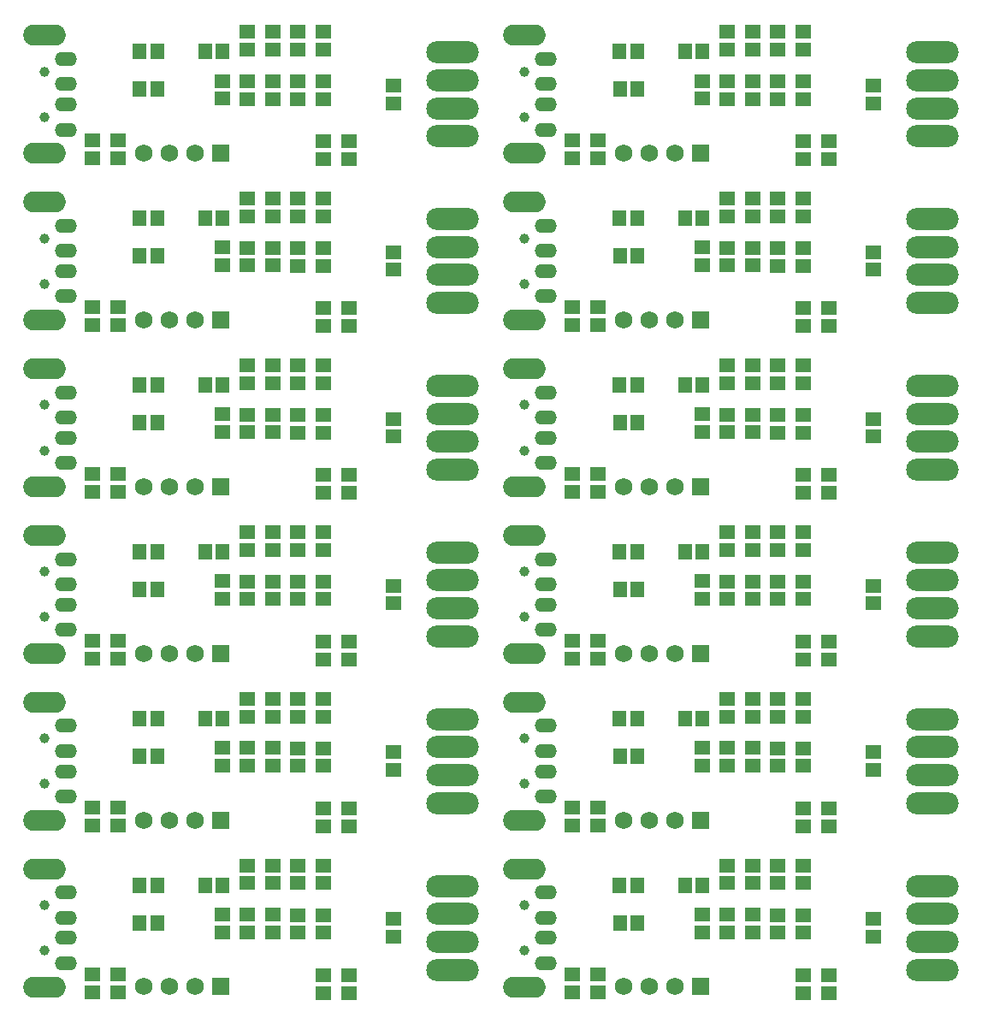
<source format=gbs>
G04 Layer_Color=16711935*
%FSLAX25Y25*%
%MOIN*%
G70*
G01*
G75*
%ADD32O,0.20485X0.08674*%
%ADD43R,0.05328X0.06115*%
%ADD44R,0.06115X0.05328*%
%ADD45C,0.06800*%
%ADD46R,0.06800X0.06800*%
%ADD47O,0.08674X0.05524*%
%ADD48O,0.08674X0.05524*%
%ADD49O,0.16548X0.08280*%
%ADD50C,0.03950*%
D32*
X171535Y15138D02*
D03*
Y26043D02*
D03*
Y36949D02*
D03*
Y47854D02*
D03*
X358543Y15138D02*
D03*
Y26043D02*
D03*
Y36949D02*
D03*
Y47854D02*
D03*
X171535Y80098D02*
D03*
Y91004D02*
D03*
Y101909D02*
D03*
Y112815D02*
D03*
X358543Y80098D02*
D03*
Y91004D02*
D03*
Y101909D02*
D03*
Y112815D02*
D03*
X171535Y145059D02*
D03*
Y155965D02*
D03*
Y166870D02*
D03*
Y177776D02*
D03*
X358543Y145059D02*
D03*
Y155965D02*
D03*
Y166870D02*
D03*
Y177776D02*
D03*
X171535Y210020D02*
D03*
Y220925D02*
D03*
Y231831D02*
D03*
Y242736D02*
D03*
X358543Y210020D02*
D03*
Y220925D02*
D03*
Y231831D02*
D03*
Y242736D02*
D03*
X171535Y274980D02*
D03*
Y285886D02*
D03*
Y296791D02*
D03*
Y307697D02*
D03*
X358543Y274980D02*
D03*
Y285886D02*
D03*
Y296791D02*
D03*
Y307697D02*
D03*
X171535Y339941D02*
D03*
Y350847D02*
D03*
Y361752D02*
D03*
Y372657D02*
D03*
X358543Y339941D02*
D03*
Y350847D02*
D03*
Y361752D02*
D03*
Y372657D02*
D03*
D43*
X49626Y48150D02*
D03*
X56516D02*
D03*
X81949D02*
D03*
X75059D02*
D03*
X49705Y33465D02*
D03*
X56595D02*
D03*
X236634Y48150D02*
D03*
X243524D02*
D03*
X268957D02*
D03*
X262067D02*
D03*
X236713Y33465D02*
D03*
X243602D02*
D03*
X49626Y113110D02*
D03*
X56516D02*
D03*
X81949D02*
D03*
X75059D02*
D03*
X49705Y98425D02*
D03*
X56595D02*
D03*
X236634Y113110D02*
D03*
X243524D02*
D03*
X268957D02*
D03*
X262067D02*
D03*
X236713Y98425D02*
D03*
X243602D02*
D03*
X49626Y178071D02*
D03*
X56516D02*
D03*
X81949D02*
D03*
X75059D02*
D03*
X49705Y163386D02*
D03*
X56595D02*
D03*
X236634Y178071D02*
D03*
X243524D02*
D03*
X268957D02*
D03*
X262067D02*
D03*
X236713Y163386D02*
D03*
X243602D02*
D03*
X49626Y243032D02*
D03*
X56516D02*
D03*
X81949D02*
D03*
X75059D02*
D03*
X49705Y228346D02*
D03*
X56595D02*
D03*
X236634Y243032D02*
D03*
X243524D02*
D03*
X268957D02*
D03*
X262067D02*
D03*
X236713Y228346D02*
D03*
X243602D02*
D03*
X49626Y307992D02*
D03*
X56516D02*
D03*
X81949D02*
D03*
X75059D02*
D03*
X49705Y293307D02*
D03*
X56595D02*
D03*
X236634Y307992D02*
D03*
X243524D02*
D03*
X268957D02*
D03*
X262067D02*
D03*
X236713Y293307D02*
D03*
X243602D02*
D03*
X49626Y372953D02*
D03*
X56516D02*
D03*
X81949D02*
D03*
X75059D02*
D03*
X49705Y358268D02*
D03*
X56595D02*
D03*
X236634Y372953D02*
D03*
X243524D02*
D03*
X268957D02*
D03*
X262067D02*
D03*
X236713Y358268D02*
D03*
X243602D02*
D03*
D44*
X121176Y6201D02*
D03*
Y13091D02*
D03*
X81791Y29823D02*
D03*
Y36713D02*
D03*
X111305Y36516D02*
D03*
Y29626D02*
D03*
X101435Y36595D02*
D03*
Y29705D02*
D03*
X91564Y48878D02*
D03*
Y55768D02*
D03*
X31220Y13406D02*
D03*
Y6516D02*
D03*
X41181Y13406D02*
D03*
Y6516D02*
D03*
X131063Y13091D02*
D03*
Y6201D02*
D03*
X148622Y28051D02*
D03*
Y34941D02*
D03*
X121176Y29626D02*
D03*
Y36516D02*
D03*
X111305Y55768D02*
D03*
Y48878D02*
D03*
X121176Y55768D02*
D03*
Y48878D02*
D03*
X91504Y36595D02*
D03*
Y29705D02*
D03*
X101435Y48878D02*
D03*
Y55768D02*
D03*
X308184Y6201D02*
D03*
Y13091D02*
D03*
X268799Y29823D02*
D03*
Y36713D02*
D03*
X298313Y36516D02*
D03*
Y29626D02*
D03*
X288442Y36595D02*
D03*
Y29705D02*
D03*
X278572Y48878D02*
D03*
Y55768D02*
D03*
X218228Y13406D02*
D03*
Y6516D02*
D03*
X228189Y13406D02*
D03*
Y6516D02*
D03*
X318071Y13091D02*
D03*
Y6201D02*
D03*
X335630Y28051D02*
D03*
Y34941D02*
D03*
X308184Y29626D02*
D03*
Y36516D02*
D03*
X298313Y55768D02*
D03*
Y48878D02*
D03*
X308184Y55768D02*
D03*
Y48878D02*
D03*
X278512Y36595D02*
D03*
Y29705D02*
D03*
X288442Y48878D02*
D03*
Y55768D02*
D03*
X121176Y71161D02*
D03*
Y78051D02*
D03*
X81791Y94784D02*
D03*
Y101673D02*
D03*
X111305Y101476D02*
D03*
Y94587D02*
D03*
X101435Y101555D02*
D03*
Y94665D02*
D03*
X91564Y113839D02*
D03*
Y120728D02*
D03*
X31220Y78366D02*
D03*
Y71476D02*
D03*
X41181Y78366D02*
D03*
Y71476D02*
D03*
X131063Y78051D02*
D03*
Y71161D02*
D03*
X148622Y93012D02*
D03*
Y99902D02*
D03*
X121176Y94587D02*
D03*
Y101476D02*
D03*
X111305Y120728D02*
D03*
Y113839D02*
D03*
X121176Y120728D02*
D03*
Y113839D02*
D03*
X91504Y101555D02*
D03*
Y94665D02*
D03*
X101435Y113839D02*
D03*
Y120728D02*
D03*
X308184Y71161D02*
D03*
Y78051D02*
D03*
X268799Y94784D02*
D03*
Y101673D02*
D03*
X298313Y101476D02*
D03*
Y94587D02*
D03*
X288442Y101555D02*
D03*
Y94665D02*
D03*
X278572Y113839D02*
D03*
Y120728D02*
D03*
X218228Y78366D02*
D03*
Y71476D02*
D03*
X228189Y78366D02*
D03*
Y71476D02*
D03*
X318071Y78051D02*
D03*
Y71161D02*
D03*
X335630Y93012D02*
D03*
Y99902D02*
D03*
X308184Y94587D02*
D03*
Y101476D02*
D03*
X298313Y120728D02*
D03*
Y113839D02*
D03*
X308184Y120728D02*
D03*
Y113839D02*
D03*
X278512Y101555D02*
D03*
Y94665D02*
D03*
X288442Y113839D02*
D03*
Y120728D02*
D03*
X121176Y136122D02*
D03*
Y143012D02*
D03*
X81791Y159744D02*
D03*
Y166634D02*
D03*
X111305Y166437D02*
D03*
Y159547D02*
D03*
X101435Y166516D02*
D03*
Y159626D02*
D03*
X91564Y178799D02*
D03*
Y185689D02*
D03*
X31220Y143327D02*
D03*
Y136437D02*
D03*
X41181Y143327D02*
D03*
Y136437D02*
D03*
X131063Y143012D02*
D03*
Y136122D02*
D03*
X148622Y157972D02*
D03*
Y164862D02*
D03*
X121176Y159547D02*
D03*
Y166437D02*
D03*
X111305Y185689D02*
D03*
Y178799D02*
D03*
X121176Y185689D02*
D03*
Y178799D02*
D03*
X91504Y166516D02*
D03*
Y159626D02*
D03*
X101435Y178799D02*
D03*
Y185689D02*
D03*
X308184Y136122D02*
D03*
Y143012D02*
D03*
X268799Y159744D02*
D03*
Y166634D02*
D03*
X298313Y166437D02*
D03*
Y159547D02*
D03*
X288442Y166516D02*
D03*
Y159626D02*
D03*
X278572Y178799D02*
D03*
Y185689D02*
D03*
X218228Y143327D02*
D03*
Y136437D02*
D03*
X228189Y143327D02*
D03*
Y136437D02*
D03*
X318071Y143012D02*
D03*
Y136122D02*
D03*
X335630Y157972D02*
D03*
Y164862D02*
D03*
X308184Y159547D02*
D03*
Y166437D02*
D03*
X298313Y185689D02*
D03*
Y178799D02*
D03*
X308184Y185689D02*
D03*
Y178799D02*
D03*
X278512Y166516D02*
D03*
Y159626D02*
D03*
X288442Y178799D02*
D03*
Y185689D02*
D03*
X121176Y201083D02*
D03*
Y207972D02*
D03*
X81791Y224705D02*
D03*
Y231594D02*
D03*
X111305Y231398D02*
D03*
Y224508D02*
D03*
X101435Y231476D02*
D03*
Y224587D02*
D03*
X91564Y243760D02*
D03*
Y250650D02*
D03*
X31220Y208287D02*
D03*
Y201398D02*
D03*
X41181Y208287D02*
D03*
Y201398D02*
D03*
X131063Y207972D02*
D03*
Y201083D02*
D03*
X148622Y222933D02*
D03*
Y229823D02*
D03*
X121176Y224508D02*
D03*
Y231398D02*
D03*
X111305Y250650D02*
D03*
Y243760D02*
D03*
X121176Y250650D02*
D03*
Y243760D02*
D03*
X91504Y231476D02*
D03*
Y224587D02*
D03*
X101435Y243760D02*
D03*
Y250650D02*
D03*
X308184Y201083D02*
D03*
Y207972D02*
D03*
X268799Y224705D02*
D03*
Y231594D02*
D03*
X298313Y231398D02*
D03*
Y224508D02*
D03*
X288442Y231476D02*
D03*
Y224587D02*
D03*
X278572Y243760D02*
D03*
Y250650D02*
D03*
X218228Y208287D02*
D03*
Y201398D02*
D03*
X228189Y208287D02*
D03*
Y201398D02*
D03*
X318071Y207972D02*
D03*
Y201083D02*
D03*
X335630Y222933D02*
D03*
Y229823D02*
D03*
X308184Y224508D02*
D03*
Y231398D02*
D03*
X298313Y250650D02*
D03*
Y243760D02*
D03*
X308184Y250650D02*
D03*
Y243760D02*
D03*
X278512Y231476D02*
D03*
Y224587D02*
D03*
X288442Y243760D02*
D03*
Y250650D02*
D03*
X121176Y266043D02*
D03*
Y272933D02*
D03*
X81791Y289665D02*
D03*
Y296555D02*
D03*
X111305Y296358D02*
D03*
Y289469D02*
D03*
X101435Y296437D02*
D03*
Y289547D02*
D03*
X91564Y308720D02*
D03*
Y315610D02*
D03*
X31220Y273248D02*
D03*
Y266358D02*
D03*
X41181Y273248D02*
D03*
Y266358D02*
D03*
X131063Y272933D02*
D03*
Y266043D02*
D03*
X148622Y287894D02*
D03*
Y294783D02*
D03*
X121176Y289469D02*
D03*
Y296358D02*
D03*
X111305Y315610D02*
D03*
Y308720D02*
D03*
X121176Y315610D02*
D03*
Y308720D02*
D03*
X91504Y296437D02*
D03*
Y289547D02*
D03*
X101435Y308720D02*
D03*
Y315610D02*
D03*
X308184Y266043D02*
D03*
Y272933D02*
D03*
X268799Y289665D02*
D03*
Y296555D02*
D03*
X298313Y296358D02*
D03*
Y289469D02*
D03*
X288442Y296437D02*
D03*
Y289547D02*
D03*
X278572Y308720D02*
D03*
Y315610D02*
D03*
X218228Y273248D02*
D03*
Y266358D02*
D03*
X228189Y273248D02*
D03*
Y266358D02*
D03*
X318071Y272933D02*
D03*
Y266043D02*
D03*
X335630Y287894D02*
D03*
Y294783D02*
D03*
X308184Y289469D02*
D03*
Y296358D02*
D03*
X298313Y315610D02*
D03*
Y308720D02*
D03*
X308184Y315610D02*
D03*
Y308720D02*
D03*
X278512Y296437D02*
D03*
Y289547D02*
D03*
X288442Y308720D02*
D03*
Y315610D02*
D03*
X121176Y331004D02*
D03*
Y337894D02*
D03*
X81791Y354626D02*
D03*
Y361516D02*
D03*
X111305Y361319D02*
D03*
Y354429D02*
D03*
X101435Y361398D02*
D03*
Y354508D02*
D03*
X91564Y373681D02*
D03*
Y380571D02*
D03*
X31220Y338209D02*
D03*
Y331319D02*
D03*
X41181Y338209D02*
D03*
Y331319D02*
D03*
X131063Y337894D02*
D03*
Y331004D02*
D03*
X148622Y352854D02*
D03*
Y359744D02*
D03*
X121176Y354429D02*
D03*
Y361319D02*
D03*
X111305Y380571D02*
D03*
Y373681D02*
D03*
X121176Y380571D02*
D03*
Y373681D02*
D03*
X91504Y361398D02*
D03*
Y354508D02*
D03*
X101435Y373681D02*
D03*
Y380571D02*
D03*
X308184Y331004D02*
D03*
Y337894D02*
D03*
X268799Y354626D02*
D03*
Y361516D02*
D03*
X298313Y361319D02*
D03*
Y354429D02*
D03*
X288442Y361398D02*
D03*
Y354508D02*
D03*
X278572Y373681D02*
D03*
Y380571D02*
D03*
X218228Y338209D02*
D03*
Y331319D02*
D03*
X228189Y338209D02*
D03*
Y331319D02*
D03*
X318071Y337894D02*
D03*
Y331004D02*
D03*
X335630Y352854D02*
D03*
Y359744D02*
D03*
X308184Y354429D02*
D03*
Y361319D02*
D03*
X298313Y380571D02*
D03*
Y373681D02*
D03*
X308184Y380571D02*
D03*
Y373681D02*
D03*
X278512Y361398D02*
D03*
Y354508D02*
D03*
X288442Y373681D02*
D03*
Y380571D02*
D03*
D45*
X51142Y8543D02*
D03*
X71142D02*
D03*
X61142D02*
D03*
X238150D02*
D03*
X258150D02*
D03*
X248150D02*
D03*
X51142Y73504D02*
D03*
X71142D02*
D03*
X61142D02*
D03*
X238150D02*
D03*
X258150D02*
D03*
X248150D02*
D03*
X51142Y138465D02*
D03*
X71142D02*
D03*
X61142D02*
D03*
X238150D02*
D03*
X258150D02*
D03*
X248150D02*
D03*
X51142Y203425D02*
D03*
X71142D02*
D03*
X61142D02*
D03*
X238150D02*
D03*
X258150D02*
D03*
X248150D02*
D03*
X51142Y268386D02*
D03*
X71142D02*
D03*
X61142D02*
D03*
X238150D02*
D03*
X258150D02*
D03*
X248150D02*
D03*
X51142Y333347D02*
D03*
X71142D02*
D03*
X61142D02*
D03*
X238150D02*
D03*
X258150D02*
D03*
X248150D02*
D03*
D46*
X81142Y8543D02*
D03*
X268150D02*
D03*
X81142Y73504D02*
D03*
X268150D02*
D03*
X81142Y138465D02*
D03*
X268150D02*
D03*
X81142Y203425D02*
D03*
X268150D02*
D03*
X81142Y268386D02*
D03*
X268150D02*
D03*
X81142Y333347D02*
D03*
X268150D02*
D03*
D47*
X20866Y45276D02*
D03*
Y17717D02*
D03*
X207874Y45276D02*
D03*
Y17717D02*
D03*
X20866Y110236D02*
D03*
Y82677D02*
D03*
X207874Y110236D02*
D03*
Y82677D02*
D03*
X20866Y175197D02*
D03*
Y147638D02*
D03*
X207874Y175197D02*
D03*
Y147638D02*
D03*
X20866Y240158D02*
D03*
Y212598D02*
D03*
X207874Y240158D02*
D03*
Y212598D02*
D03*
X20866Y305118D02*
D03*
Y277559D02*
D03*
X207874Y305118D02*
D03*
Y277559D02*
D03*
X20866Y370079D02*
D03*
Y342520D02*
D03*
X207874Y370079D02*
D03*
Y342520D02*
D03*
D48*
X20866Y35433D02*
D03*
Y27559D02*
D03*
X207874Y35433D02*
D03*
Y27559D02*
D03*
X20866Y100394D02*
D03*
Y92520D02*
D03*
X207874Y100394D02*
D03*
Y92520D02*
D03*
X20866Y165354D02*
D03*
Y157480D02*
D03*
X207874Y165354D02*
D03*
Y157480D02*
D03*
X20866Y230315D02*
D03*
Y222441D02*
D03*
X207874Y230315D02*
D03*
Y222441D02*
D03*
X20866Y295276D02*
D03*
Y287402D02*
D03*
X207874Y295276D02*
D03*
Y287402D02*
D03*
X20866Y360236D02*
D03*
Y352362D02*
D03*
X207874Y360236D02*
D03*
Y352362D02*
D03*
D49*
X12598Y54528D02*
D03*
Y8465D02*
D03*
X199606Y54528D02*
D03*
Y8465D02*
D03*
X12598Y119488D02*
D03*
Y73425D02*
D03*
X199606Y119488D02*
D03*
Y73425D02*
D03*
X12598Y184449D02*
D03*
Y138386D02*
D03*
X199606Y184449D02*
D03*
Y138386D02*
D03*
X12598Y249410D02*
D03*
Y203346D02*
D03*
X199606Y249410D02*
D03*
Y203346D02*
D03*
X12598Y314370D02*
D03*
Y268307D02*
D03*
X199606Y314370D02*
D03*
Y268307D02*
D03*
X12598Y379331D02*
D03*
Y333268D02*
D03*
X199606Y379331D02*
D03*
Y333268D02*
D03*
D50*
X12598Y40354D02*
D03*
Y22638D02*
D03*
X199606Y40354D02*
D03*
Y22638D02*
D03*
X12598Y105315D02*
D03*
Y87598D02*
D03*
X199606Y105315D02*
D03*
Y87598D02*
D03*
X12598Y170276D02*
D03*
Y152559D02*
D03*
X199606Y170276D02*
D03*
Y152559D02*
D03*
X12598Y235236D02*
D03*
Y217520D02*
D03*
X199606Y235236D02*
D03*
Y217520D02*
D03*
X12598Y300197D02*
D03*
Y282480D02*
D03*
X199606Y300197D02*
D03*
Y282480D02*
D03*
X12598Y365158D02*
D03*
Y347441D02*
D03*
X199606Y365158D02*
D03*
Y347441D02*
D03*
M02*

</source>
